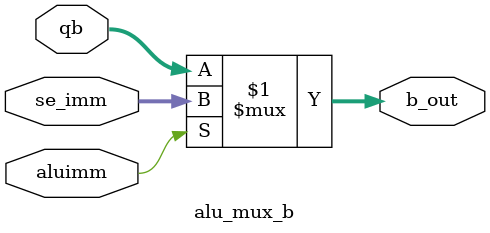
<source format=v>
`timescale 1ns / 1ps


module alu_mux_b(qb, se_imm, aluimm, b_out);
    input [31:0] qb;
    input [31:0] se_imm;
    input aluimm;
    output [31:0] b_out;
    assign b_out = aluimm? se_imm : qb;
//assign b_out = se_imm;
    
endmodule

</source>
